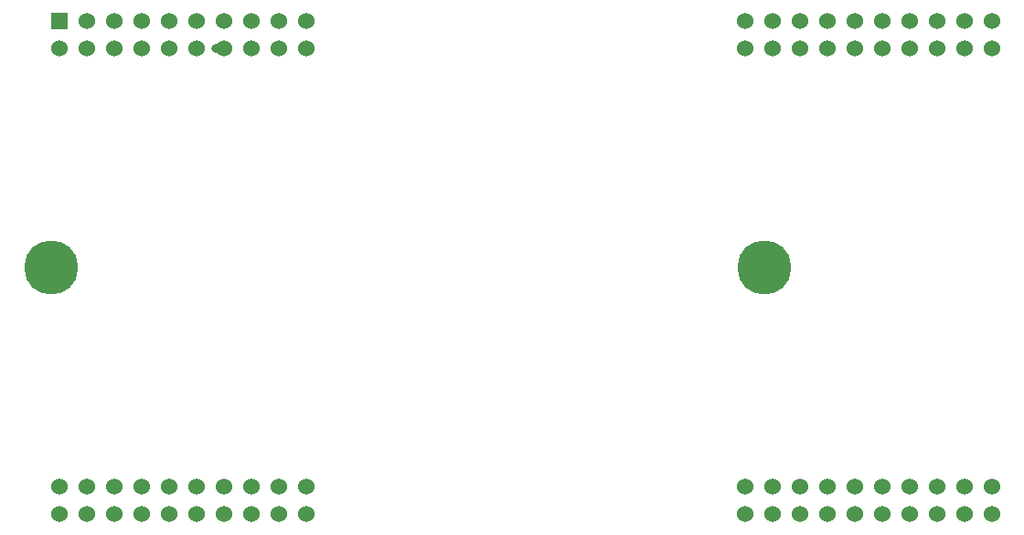
<source format=gbr>
%TF.GenerationSoftware,KiCad,Pcbnew,(6.0.10-0)*%
%TF.CreationDate,2023-01-24T09:25:03+01:00*%
%TF.ProjectId,support,73757070-6f72-4742-9e6b-696361645f70,rev?*%
%TF.SameCoordinates,Original*%
%TF.FileFunction,Copper,L1,Top*%
%TF.FilePolarity,Positive*%
%FSLAX46Y46*%
G04 Gerber Fmt 4.6, Leading zero omitted, Abs format (unit mm)*
G04 Created by KiCad (PCBNEW (6.0.10-0)) date 2023-01-24 09:25:03*
%MOMM*%
%LPD*%
G01*
G04 APERTURE LIST*
%TA.AperFunction,ComponentPad*%
%ADD10C,1.524000*%
%TD*%
%TA.AperFunction,ComponentPad*%
%ADD11R,1.524000X1.524000*%
%TD*%
%TA.AperFunction,ViaPad*%
%ADD12C,5.000000*%
%TD*%
%TA.AperFunction,ViaPad*%
%ADD13C,0.800000*%
%TD*%
G04 APERTURE END LIST*
D10*
%TO.P,REF\u002A\u002A,80*%
%TO.N,N/C*%
X175972000Y-91440000D03*
%TO.P,REF\u002A\u002A,79*%
X178512000Y-91440000D03*
%TO.P,REF\u002A\u002A,78*%
X181052000Y-91440000D03*
%TO.P,REF\u002A\u002A,77*%
X183592000Y-91440000D03*
%TO.P,REF\u002A\u002A,76*%
X186132000Y-91440000D03*
%TO.P,REF\u002A\u002A,75*%
X188672000Y-91440000D03*
%TO.P,REF\u002A\u002A,74*%
X191212000Y-91440000D03*
%TO.P,REF\u002A\u002A,73*%
X193752000Y-91440000D03*
%TO.P,REF\u002A\u002A,72*%
X196292000Y-91440000D03*
%TO.P,REF\u002A\u002A,71*%
X198832000Y-91440000D03*
%TO.P,REF\u002A\u002A,70*%
X198832000Y-50800000D03*
%TO.P,REF\u002A\u002A,69*%
X196292000Y-50800000D03*
%TO.P,REF\u002A\u002A,68*%
X193752000Y-50800000D03*
%TO.P,REF\u002A\u002A,67*%
X191212000Y-50800000D03*
%TO.P,REF\u002A\u002A,66*%
X188672000Y-50800000D03*
%TO.P,REF\u002A\u002A,65*%
X186132000Y-50800000D03*
%TO.P,REF\u002A\u002A,64*%
X183592000Y-50800000D03*
%TO.P,REF\u002A\u002A,63*%
X181052000Y-50800000D03*
%TO.P,REF\u002A\u002A,62*%
X178512000Y-50800000D03*
%TO.P,REF\u002A\u002A,61*%
X175972000Y-50800000D03*
%TO.P,REF\u002A\u002A,60*%
X175972000Y-93980000D03*
%TO.P,REF\u002A\u002A,59*%
X178512000Y-93980000D03*
%TO.P,REF\u002A\u002A,58*%
X181052000Y-93980000D03*
%TO.P,REF\u002A\u002A,57*%
X183592000Y-93980000D03*
%TO.P,REF\u002A\u002A,56*%
X186132000Y-93980000D03*
%TO.P,REF\u002A\u002A,55*%
X188672000Y-93980000D03*
%TO.P,REF\u002A\u002A,54*%
X191212000Y-93980000D03*
%TO.P,REF\u002A\u002A,53*%
X193752000Y-93980000D03*
%TO.P,REF\u002A\u002A,52*%
X196292000Y-93980000D03*
%TO.P,REF\u002A\u002A,51*%
X198832000Y-93980000D03*
%TO.P,REF\u002A\u002A,50*%
X198832000Y-48260000D03*
%TO.P,REF\u002A\u002A,49*%
X196292000Y-48260000D03*
%TO.P,REF\u002A\u002A,48*%
X193752000Y-48260000D03*
%TO.P,REF\u002A\u002A,47*%
X191212000Y-48260000D03*
%TO.P,REF\u002A\u002A,46*%
X188672000Y-48260000D03*
%TO.P,REF\u002A\u002A,45*%
X186132000Y-48260000D03*
%TO.P,REF\u002A\u002A,44*%
X183592000Y-48260000D03*
%TO.P,REF\u002A\u002A,43*%
X181052000Y-48260000D03*
%TO.P,REF\u002A\u002A,42*%
X178512000Y-48260000D03*
%TO.P,REF\u002A\u002A,41*%
X175972000Y-48260000D03*
%TO.P,REF\u002A\u002A,40*%
X112472000Y-91440000D03*
%TO.P,REF\u002A\u002A,39*%
X115012000Y-91440000D03*
%TO.P,REF\u002A\u002A,38*%
X117552000Y-91440000D03*
%TO.P,REF\u002A\u002A,37*%
X120092000Y-91440000D03*
%TO.P,REF\u002A\u002A,36*%
X122632000Y-91440000D03*
%TO.P,REF\u002A\u002A,35*%
X125172000Y-91440000D03*
%TO.P,REF\u002A\u002A,34*%
X127712000Y-91440000D03*
%TO.P,REF\u002A\u002A,33*%
X130252000Y-91440000D03*
%TO.P,REF\u002A\u002A,32*%
X132792000Y-91440000D03*
%TO.P,REF\u002A\u002A,31*%
X135332000Y-91440000D03*
%TO.P,REF\u002A\u002A,30*%
X135332000Y-50800000D03*
%TO.P,REF\u002A\u002A,29*%
X132792000Y-50800000D03*
%TO.P,REF\u002A\u002A,28*%
X130252000Y-50800000D03*
%TO.P,REF\u002A\u002A,27*%
X127712000Y-50800000D03*
%TO.P,REF\u002A\u002A,26*%
X125172000Y-50800000D03*
%TO.P,REF\u002A\u002A,25*%
X122632000Y-50800000D03*
%TO.P,REF\u002A\u002A,24*%
X120092000Y-50800000D03*
%TO.P,REF\u002A\u002A,23*%
X117552000Y-50800000D03*
%TO.P,REF\u002A\u002A,22*%
X115012000Y-50800000D03*
%TO.P,REF\u002A\u002A,21*%
X112472000Y-50800000D03*
%TO.P,REF\u002A\u002A,20*%
X112472000Y-93980000D03*
%TO.P,REF\u002A\u002A,19*%
X115012000Y-93980000D03*
%TO.P,REF\u002A\u002A,18*%
X117552000Y-93980000D03*
%TO.P,REF\u002A\u002A,17*%
X120092000Y-93980000D03*
%TO.P,REF\u002A\u002A,16*%
X122632000Y-93980000D03*
%TO.P,REF\u002A\u002A,15*%
X125172000Y-93980000D03*
%TO.P,REF\u002A\u002A,14*%
X127712000Y-93980000D03*
%TO.P,REF\u002A\u002A,13*%
X130252000Y-93980000D03*
%TO.P,REF\u002A\u002A,12*%
X132792000Y-93980000D03*
%TO.P,REF\u002A\u002A,11*%
X135332000Y-93980000D03*
%TO.P,REF\u002A\u002A,10*%
X135332000Y-48260000D03*
%TO.P,REF\u002A\u002A,9*%
X132792000Y-48260000D03*
%TO.P,REF\u002A\u002A,8*%
X130252000Y-48260000D03*
%TO.P,REF\u002A\u002A,7*%
X127712000Y-48260000D03*
%TO.P,REF\u002A\u002A,6*%
X125172000Y-48260000D03*
%TO.P,REF\u002A\u002A,5*%
X122632000Y-48260000D03*
%TO.P,REF\u002A\u002A,4*%
X120092000Y-48260000D03*
%TO.P,REF\u002A\u002A,3*%
X117552000Y-48260000D03*
%TO.P,REF\u002A\u002A,2*%
X115012000Y-48260000D03*
D11*
%TO.P,REF\u002A\u002A,1*%
X112472000Y-48260000D03*
%TD*%
D12*
%TO.N,*%
X177800000Y-71120000D03*
X111760000Y-71120000D03*
D13*
X127000000Y-50800000D03*
%TD*%
M02*

</source>
